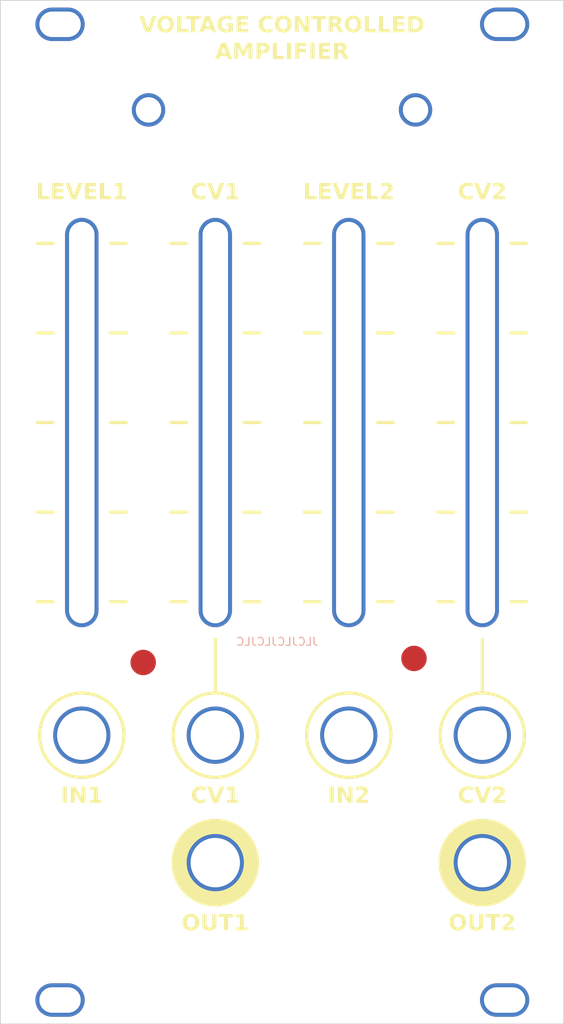
<source format=kicad_pcb>
(kicad_pcb (version 20221018) (generator pcbnew)
  (layers (0 "F.Cu" signal) (31 "B.Cu" signal) (34 "B.Paste" user) (35 "F.Paste" user) (36 "B.SilkS" user "B.Silkscreen") (37 "F.SilkS" user "F.Silkscreen") (38 "B.Mask" user) (39 "F.Mask" user) (44 "Edge.Cuts" user))
  (net 0 "")
  (footprint "Dans_Eurorack:Mounting_Hole_6.2mm_Thonkiconn_Input_Round" (layer "F.Cu") (at 74.83 128)
    (fp_text reference "REF**" hide)
    (fp_text value "Mounting_Hole_6.2mm_Thonkiconn_Input_Round" hide)
    (fp_text user "IN1" (at 0 6.5 unlocked) (layer "F.SilkS") (effects (font (size 2 2) (thickness 0.1)) (justify top)))
    (fp_circle (center 0 0) (end 5.3 0) (stroke (width 0.4)) (fill none) (layer "F.SilkS"))
    (pad "1" thru_hole circle (at 0 0) (size 7.2 7.2) (drill 6.2) (layers "*.Cu" "*.Mask"))
  )
  (footprint "Dans_Eurorack:Fader_Slot_45mm" (layer "F.Cu") (at 108.39 88.75)
    (fp_text reference "REF**" hide)
    (fp_text value "Fader_Slot_45mm" hide)
    (fp_text user "LEVEL2" (at 0 -27.7 unlocked) (layer "F.SilkS") (effects (font (size 2 2) (thickness 0.1)) (justify bottom)))
    (fp_line (start -5.6 -22.5) (end -3.6 -22.5) (stroke (width 0.4)) (layer "F.SilkS"))
    (fp_line (start -5.6 -11.25) (end -3.6 -11.25) (stroke (width 0.4)) (layer "F.SilkS"))
    (fp_line (start -5.6 0) (end -3.6 0) (stroke (width 0.4)) (layer "F.SilkS"))
    (fp_line (start -5.6 11.25) (end -3.6 11.25) (stroke (width 0.4)) (layer "F.SilkS"))
    (fp_line (start -5.6 22.5) (end -3.6 22.5) (stroke (width 0.4)) (layer "F.SilkS"))
    (fp_line (start 3.6 -22.5) (end 5.6 -22.5) (stroke (width 0.4)) (layer "F.SilkS"))
    (fp_line (start 3.6 -11.25) (end 5.6 -11.25) (stroke (width 0.4)) (layer "F.SilkS"))
    (fp_line (start 3.6 0) (end 5.6 0) (stroke (width 0.4)) (layer "F.SilkS"))
    (fp_line (start 3.6 11.25) (end 5.6 11.25) (stroke (width 0.4)) (layer "F.SilkS"))
    (fp_line (start 3.6 22.5) (end 5.6 22.5) (stroke (width 0.4)) (layer "F.SilkS"))
    (pad "1" thru_hole oval (at 0 0) (size 4.2 51.4) (drill oval 3.2 50.4) (layers "*.Cu" "*.Mask"))
  )
  (footprint "Dans_Eurorack:Mounting_Hole_6.2mm_Thonkiconn_Input_Round" (layer "F.Cu") (at 125.17 128)
    (fp_text reference "REF**" hide)
    (fp_text value "Mounting_Hole_6.2mm_Thonkiconn_Input_Round" hide)
    (fp_text user "CV2" (at 0 6.5 unlocked) (layer "F.SilkS") (effects (font (size 2 2) (thickness 0.1)) (justify top)))
    (fp_circle (center 0 0) (end 5.3 0) (stroke (width 0.4)) (fill none) (layer "F.SilkS"))
    (pad "1" thru_hole circle (at 0 0) (size 7.2 7.2) (drill 6.2) (layers "*.Cu" "*.Mask"))
  )
  (footprint "Dans_Eurorack:Mounting_Slot_3.2x5.2mm" (layer "F.Cu") (at 72.1 38.75)
    (fp_text reference "REF**" hide)
    (fp_text value "Mounting_Slot_3.2x5.2mm" hide)
    (pad "1" thru_hole oval (at 0 0) (size 6.2 4.2) (drill oval 5.2 3.2) (layers "*.Cu" "*.Mask"))
  )
  (footprint "Dans_Eurorack:Fader_Slot_45mm" (layer "F.Cu") (at 74.83 88.75)
    (fp_text reference "REF**" hide)
    (fp_text value "Fader_Slot_45mm" hide)
    (fp_text user "LEVEL1" (at 0 -27.7 unlocked) (layer "F.SilkS") (effects (font (size 2 2) (thickness 0.1)) (justify bottom)))
    (fp_line (start -5.6 -22.5) (end -3.6 -22.5) (stroke (width 0.4)) (layer "F.SilkS"))
    (fp_line (start -5.6 -11.25) (end -3.6 -11.25) (stroke (width 0.4)) (layer "F.SilkS"))
    (fp_line (start -5.6 0) (end -3.6 0) (stroke (width 0.4)) (layer "F.SilkS"))
    (fp_line (start -5.6 11.25) (end -3.6 11.25) (stroke (width 0.4)) (layer "F.SilkS"))
    (fp_line (start -5.6 22.5) (end -3.6 22.5) (stroke (width 0.4)) (layer "F.SilkS"))
    (fp_line (start 3.6 -22.5) (end 5.6 -22.5) (stroke (width 0.4)) (layer "F.SilkS"))
    (fp_line (start 3.6 -11.25) (end 5.6 -11.25) (stroke (width 0.4)) (layer "F.SilkS"))
    (fp_line (start 3.6 0) (end 5.6 0) (stroke (width 0.4)) (layer "F.SilkS"))
    (fp_line (start 3.6 11.25) (end 5.6 11.25) (stroke (width 0.4)) (layer "F.SilkS"))
    (fp_line (start 3.6 22.5) (end 5.6 22.5) (stroke (width 0.4)) (layer "F.SilkS"))
    (pad "1" thru_hole oval (at 0 0) (size 4.2 51.4) (drill oval 3.2 50.4) (layers "*.Cu" "*.Mask"))
  )
  (footprint "Dans_Eurorack:Mounting_Slot_3.2x5.2mm" (layer "F.Cu") (at 127.98 161.25)
    (fp_text reference "REF**" hide)
    (fp_text value "Mounting_Slot_3.2x5.2mm" hide)
    (pad "1" thru_hole oval (at 0 0) (size 6.2 4.2) (drill oval 5.2 3.2) (layers "*.Cu" "*.Mask"))
  )
  (footprint "Dans_Eurorack:Mounting_Hole_6.2mm_Thonkiconn_Output_Round" (layer "F.Cu") (at 125.17 144)
    (fp_text reference "REF**" hide)
    (fp_text value "Mounting_Hole_6.2mm_Thonkiconn_Output_Round" hide)
    (fp_text user "OUT2" (at 0 6.5 unlocked) (layer "F.SilkS") (effects (font (size 2 2) (thickness 0.1)) (justify top)))
    (fp_circle (center 0 0) (end 4.55 0) (stroke (width 1.9)) (fill none) (layer "F.SilkS"))
    (pad "1" thru_hole circle (at 0 0) (size 7.2 7.2) (drill 6.2) (layers "*.Cu" "*.Mask"))
  )
  (footprint "Dans_Eurorack:Mounting_Hole_6.2mm_Thonkiconn_Input_Round" (layer "F.Cu") (at 108.39 128)
    (fp_text reference "REF**" hide)
    (fp_text value "Mounting_Hole_6.2mm_Thonkiconn_Input_Round" hide)
    (fp_text user "IN2" (at 0 6.5 unlocked) (layer "F.SilkS") (effects (font (size 2 2) (thickness 0.1)) (justify top)))
    (fp_circle (center 0 0) (end 5.3 0) (stroke (width 0.4)) (fill none) (layer "F.SilkS"))
    (pad "1" thru_hole circle (at 0 0) (size 7.2 7.2) (drill 6.2) (layers "*.Cu" "*.Mask"))
  )
  (footprint "Dans_Eurorack:Fader_Slot_45mm" (layer "F.Cu") (at 125.17 88.75)
    (fp_text reference "REF**" hide)
    (fp_text value "Fader_Slot_45mm" hide)
    (fp_text user "CV2" (at 0 -27.7 unlocked) (layer "F.SilkS") (effects (font (size 2 2) (thickness 0.1)) (justify bottom)))
    (fp_line (start -5.6 -22.5) (end -3.6 -22.5) (stroke (width 0.4)) (layer "F.SilkS"))
    (fp_line (start -5.6 -11.25) (end -3.6 -11.25) (stroke (width 0.4)) (layer "F.SilkS"))
    (fp_line (start -5.6 0) (end -3.6 0) (stroke (width 0.4)) (layer "F.SilkS"))
    (fp_line (start -5.6 11.25) (end -3.6 11.25) (stroke (width 0.4)) (layer "F.SilkS"))
    (fp_line (start -5.6 22.5) (end -3.6 22.5) (stroke (width 0.4)) (layer "F.SilkS"))
    (fp_line (start 3.6 -22.5) (end 5.6 -22.5) (stroke (width 0.4)) (layer "F.SilkS"))
    (fp_line (start 3.6 -11.25) (end 5.6 -11.25) (stroke (width 0.4)) (layer "F.SilkS"))
    (fp_line (start 3.6 0) (end 5.6 0) (stroke (width 0.4)) (layer "F.SilkS"))
    (fp_line (start 3.6 11.25) (end 5.6 11.25) (stroke (width 0.4)) (layer "F.SilkS"))
    (fp_line (start 3.6 22.5) (end 5.6 22.5) (stroke (width 0.4)) (layer "F.SilkS"))
    (pad "1" thru_hole oval (at 0 0) (size 4.2 51.4) (drill oval 3.2 50.4) (layers "*.Cu" "*.Mask"))
  )
  (footprint "Dans_Eurorack:Mounting_Hole_6.2mm_Thonkiconn_Input_Round" (layer "F.Cu") (at 91.61 128)
    (fp_text reference "REF**" hide)
    (fp_text value "Mounting_Hole_6.2mm_Thonkiconn_Input_Round" hide)
    (fp_text user "CV1" (at 0 6.5 unlocked) (layer "F.SilkS") (effects (font (size 2 2) (thickness 0.1)) (justify top)))
    (fp_circle (center 0 0) (end 5.3 0) (stroke (width 0.4)) (fill none) (layer "F.SilkS"))
    (pad "1" thru_hole circle (at 0 0) (size 7.2 7.2) (drill 6.2) (layers "*.Cu" "*.Mask"))
  )
  (footprint "Dans_Eurorack:Fader_Slot_45mm" (layer "F.Cu") (at 91.61 88.75)
    (fp_text reference "REF**" hide)
    (fp_text value "Fader_Slot_45mm" hide)
    (fp_text user "CV1" (at 0 -27.7 unlocked) (layer "F.SilkS") (effects (font (size 2 2) (thickness 0.1)) (justify bottom)))
    (fp_line (start -5.6 -22.5) (end -3.6 -22.5) (stroke (width 0.4)) (layer "F.SilkS"))
    (fp_line (start -5.6 -11.25) (end -3.6 -11.25) (stroke (width 0.4)) (layer "F.SilkS"))
    (fp_line (start -5.6 0) (end -3.6 0) (stroke (width 0.4)) (layer "F.SilkS"))
    (fp_line (start -5.6 11.25) (end -3.6 11.25) (stroke (width 0.4)) (layer "F.SilkS"))
    (fp_line (start -5.6 22.5) (end -3.6 22.5) (stroke (width 0.4)) (layer "F.SilkS"))
    (fp_line (start 3.6 -22.5) (end 5.6 -22.5) (stroke (width 0.4)) (layer "F.SilkS"))
    (fp_line (start 3.6 -11.25) (end 5.6 -11.25) (stroke (width 0.4)) (layer "F.SilkS"))
    (fp_line (start 3.6 0) (end 5.6 0) (stroke (width 0.4)) (layer "F.SilkS"))
    (fp_line (start 3.6 11.25) (end 5.6 11.25) (stroke (width 0.4)) (layer "F.SilkS"))
    (fp_line (start 3.6 22.5) (end 5.6 22.5) (stroke (width 0.4)) (layer "F.SilkS"))
    (pad "1" thru_hole oval (at 0 0) (size 4.2 51.4) (drill oval 3.2 50.4) (layers "*.Cu" "*.Mask"))
  )
  (footprint "Dans_Eurorack:Mounting_Slot_3.2x5.2mm" (layer "F.Cu") (at 127.98 38.75)
    (fp_text reference "REF**" hide)
    (fp_text value "Mounting_Slot_3.2x5.2mm" hide)
    (pad "1" thru_hole oval (at 0 0) (size 6.2 4.2) (drill oval 5.2 3.2) (layers "*.Cu" "*.Mask"))
  )
  (footprint "Dans_Eurorack:Mounting_Hole_3.2mm_M3" (layer "F.Cu") (at 83.22 49.5)
    (fp_text reference "REF**" hide)
    (fp_text value "Mounting_Hole_3.2mm_M3" hide)
    (pad "1" thru_hole circle (at 0 0) (size 4.2 4.2) (drill 3.2) (layers "*.Cu" "*.Mask"))
  )
  (footprint "Dans_Eurorack:Mounting_Hole_3.2mm_M3" (layer "F.Cu") (at 116.78 49.5)
    (fp_text reference "REF**" hide)
    (fp_text value "Mounting_Hole_3.2mm_M3" hide)
    (pad "1" thru_hole circle (at 0 0) (size 4.2 4.2) (drill 3.2) (layers "*.Cu" "*.Mask"))
  )
  (footprint "Dans_Eurorack:Mounting_Hole_6.2mm_Thonkiconn_Output_Round" (layer "F.Cu") (at 91.61 144)
    (fp_text reference "REF**" hide)
    (fp_text value "Mounting_Hole_6.2mm_Thonkiconn_Output_Round" hide)
    (fp_text user "OUT1" (at 0 6.5 unlocked) (layer "F.SilkS") (effects (font (size 2 2) (thickness 0.1)) (justify top)))
    (fp_circle (center 0 0) (end 4.55 0) (stroke (width 1.9)) (fill none) (layer "F.SilkS"))
    (pad "1" thru_hole circle (at 0 0) (size 7.2 7.2) (drill 6.2) (layers "*.Cu" "*.Mask"))
  )
  (footprint "Dans_Eurorack:Mounting_Slot_3.2x5.2mm" (layer "F.Cu") (at 72.1 161.25)
    (fp_text reference "REF**" hide)
    (fp_text value "Mounting_Slot_3.2x5.2mm" hide)
    (pad "1" thru_hole oval (at 0 0) (size 6.2 4.2) (drill oval 5.2 3.2) (layers "*.Cu" "*.Mask"))
  )
  (gr_circle (center 116.586 118.364) (end 118.086 118.364) (stroke (width 0.2)) (fill solid) (layer "F.Cu"))
  (gr_circle (center 82.55 118.872) (end 84.05 118.872) (stroke (width 0.2)) (fill solid) (layer "F.Cu"))
  (gr_line (start 91.61 115.95) (end 91.61 122.5) (stroke (width 0.4)) (layer "F.SilkS"))
  (gr_line (start 125.17 115.95) (end 125.17 122.5) (stroke (width 0.4)) (layer "F.SilkS"))
  (gr_rect (start 64.6 35.75) (end 135.4 164.25) (stroke (width 0.1)) (fill none) (layer "Edge.Cuts"))
  (gr_text "JLCJLCJLCJLC" (at 104.648 116.84) (layer "B.SilkS") (effects (font (size 1 1)) (justify left bottom mirror)))
  (gr_text "VOLTAGE CONTROLLED\nAMPLIFIER" (at 100 37.75) (layer "F.SilkS") (effects (font (size 2 2) (thickness 0.375)) (justify top)))
)
</source>
